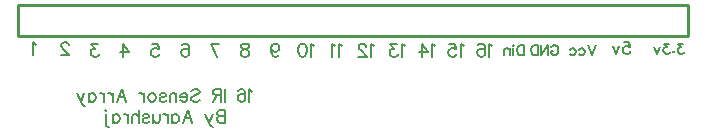
<source format=gbo>
G04 Layer: BottomSilkscreenLayer*
G04 EasyEDA v6.5.40, 2024-04-07 17:54:18*
G04 Gerber Generator version 0.2*
G04 Scale: 100 percent, Rotated: No, Reflected: No *
G04 Dimensions in millimeters *
G04 leading zeros omitted , absolute positions ,4 integer and 5 decimal *
%FSLAX45Y45*%
%MOMM*%

%ADD10C,0.2032*%
%ADD11C,0.2540*%

%LPD*%
D10*
X15633700Y7981187D02*
G01*
X15623286Y7986521D01*
X15607791Y8002015D01*
X15607791Y7893050D01*
X15908020Y7976108D02*
G01*
X15908020Y7981187D01*
X15902686Y7991602D01*
X15897606Y7996936D01*
X15887191Y8002015D01*
X15866363Y8002015D01*
X15855950Y7996936D01*
X15850870Y7991602D01*
X15845536Y7981187D01*
X15845536Y7970773D01*
X15850870Y7960360D01*
X15861029Y7944865D01*
X15913100Y7893050D01*
X15840456Y7893050D01*
X16156686Y7989315D02*
G01*
X16099536Y7989315D01*
X16130777Y7947660D01*
X16115029Y7947660D01*
X16104870Y7942579D01*
X16099536Y7937500D01*
X16094456Y7921752D01*
X16094456Y7911337D01*
X16099536Y7895844D01*
X16109950Y7885429D01*
X16125443Y7880350D01*
X16141191Y7880350D01*
X16156686Y7885429D01*
X16162020Y7890510D01*
X16167100Y7900923D01*
X16369029Y7989315D02*
G01*
X16421100Y7916671D01*
X16343122Y7916671D01*
X16369029Y7989315D02*
G01*
X16369029Y7880350D01*
X16612870Y7989315D02*
G01*
X16664686Y7989315D01*
X16670020Y7942579D01*
X16664686Y7947660D01*
X16649191Y7952994D01*
X16633443Y7952994D01*
X16617950Y7947660D01*
X16607536Y7937500D01*
X16602456Y7921752D01*
X16602456Y7911337D01*
X16607536Y7895844D01*
X16617950Y7885429D01*
X16633443Y7880350D01*
X16649191Y7880350D01*
X16664686Y7885429D01*
X16670020Y7890510D01*
X16675100Y7900923D01*
X16866870Y7973821D02*
G01*
X16871950Y7984236D01*
X16887443Y7989315D01*
X16897858Y7989315D01*
X16913606Y7984236D01*
X16924020Y7968487D01*
X16929100Y7942579D01*
X16929100Y7916671D01*
X16924020Y7895844D01*
X16913606Y7885429D01*
X16897858Y7880350D01*
X16892777Y7880350D01*
X16877029Y7885429D01*
X16866870Y7895844D01*
X16861536Y7911337D01*
X16861536Y7916671D01*
X16866870Y7932165D01*
X16877029Y7942579D01*
X16892777Y7947660D01*
X16897858Y7947660D01*
X16913606Y7942579D01*
X16924020Y7932165D01*
X16929100Y7916671D01*
X17110456Y7989315D02*
G01*
X17162272Y7880350D01*
X17183100Y7989315D02*
G01*
X17110456Y7989315D01*
X17411191Y7989315D02*
G01*
X17426686Y7984236D01*
X17432020Y7973821D01*
X17432020Y7963408D01*
X17426686Y7952994D01*
X17416272Y7947660D01*
X17395443Y7942579D01*
X17379950Y7937500D01*
X17369536Y7927086D01*
X17364456Y7916671D01*
X17364456Y7900923D01*
X17369536Y7890510D01*
X17374870Y7885429D01*
X17390363Y7880350D01*
X17411191Y7880350D01*
X17426686Y7885429D01*
X17432020Y7890510D01*
X17437100Y7900923D01*
X17437100Y7916671D01*
X17432020Y7927086D01*
X17421606Y7937500D01*
X17405858Y7942579D01*
X17385029Y7947660D01*
X17374870Y7952994D01*
X17369536Y7963408D01*
X17369536Y7973821D01*
X17374870Y7984236D01*
X17390363Y7989315D01*
X17411191Y7989315D01*
X17623536Y7952994D02*
G01*
X17628870Y7937500D01*
X17639029Y7927086D01*
X17654777Y7921752D01*
X17659858Y7921752D01*
X17675606Y7927086D01*
X17686020Y7937500D01*
X17691100Y7952994D01*
X17691100Y7958073D01*
X17686020Y7973821D01*
X17675606Y7984236D01*
X17659858Y7989315D01*
X17654777Y7989315D01*
X17639029Y7984236D01*
X17628870Y7973821D01*
X17623536Y7952994D01*
X17623536Y7927086D01*
X17628870Y7900923D01*
X17639029Y7885429D01*
X17654777Y7880350D01*
X17665191Y7880350D01*
X17680686Y7885429D01*
X17686020Y7895844D01*
X17983200Y7968487D02*
G01*
X17972786Y7973821D01*
X17957291Y7989315D01*
X17957291Y7880350D01*
X17891759Y7989315D02*
G01*
X17907254Y7984236D01*
X17917668Y7968487D01*
X17923002Y7942579D01*
X17923002Y7927086D01*
X17917668Y7900923D01*
X17907254Y7885429D01*
X17891759Y7880350D01*
X17881345Y7880350D01*
X17865852Y7885429D01*
X17855438Y7900923D01*
X17850104Y7927086D01*
X17850104Y7942579D01*
X17855438Y7968487D01*
X17865852Y7984236D01*
X17881345Y7989315D01*
X17891759Y7989315D01*
X18224500Y7968487D02*
G01*
X18214086Y7973821D01*
X18198591Y7989315D01*
X18198591Y7880350D01*
X18164302Y7968487D02*
G01*
X18153888Y7973821D01*
X18138140Y7989315D01*
X18138140Y7880350D01*
X18491200Y7968487D02*
G01*
X18480786Y7973821D01*
X18465291Y7989315D01*
X18465291Y7880350D01*
X18425668Y7963408D02*
G01*
X18425668Y7968487D01*
X18420588Y7978902D01*
X18415254Y7984236D01*
X18404840Y7989315D01*
X18384266Y7989315D01*
X18373852Y7984236D01*
X18368518Y7978902D01*
X18363438Y7968487D01*
X18363438Y7958073D01*
X18368518Y7947660D01*
X18378931Y7932165D01*
X18431002Y7880350D01*
X18358104Y7880350D01*
X18757900Y7968487D02*
G01*
X18747486Y7973821D01*
X18731991Y7989315D01*
X18731991Y7880350D01*
X18687288Y7989315D02*
G01*
X18630138Y7989315D01*
X18661379Y7947660D01*
X18645631Y7947660D01*
X18635218Y7942579D01*
X18630138Y7937500D01*
X18624804Y7921752D01*
X18624804Y7911337D01*
X18630138Y7895844D01*
X18640552Y7885429D01*
X18656045Y7880350D01*
X18671540Y7880350D01*
X18687288Y7885429D01*
X18692368Y7890510D01*
X18697702Y7900923D01*
X19011900Y7968487D02*
G01*
X19001486Y7973821D01*
X18985991Y7989315D01*
X18985991Y7880350D01*
X18899631Y7989315D02*
G01*
X18951702Y7916671D01*
X18873724Y7916671D01*
X18899631Y7989315D02*
G01*
X18899631Y7880350D01*
X19253200Y7968487D02*
G01*
X19242786Y7973821D01*
X19227291Y7989315D01*
X19227291Y7880350D01*
X19130518Y7989315D02*
G01*
X19182588Y7989315D01*
X19187668Y7942579D01*
X19182588Y7947660D01*
X19166840Y7952994D01*
X19151345Y7952994D01*
X19135852Y7947660D01*
X19125438Y7937500D01*
X19120104Y7921752D01*
X19120104Y7911337D01*
X19125438Y7895844D01*
X19135852Y7885429D01*
X19151345Y7880350D01*
X19166840Y7880350D01*
X19182588Y7885429D01*
X19187668Y7890510D01*
X19193002Y7900923D01*
X19494500Y7968487D02*
G01*
X19484086Y7973821D01*
X19468591Y7989315D01*
X19468591Y7880350D01*
X19371818Y7973821D02*
G01*
X19377152Y7984236D01*
X19392645Y7989315D01*
X19403059Y7989315D01*
X19418554Y7984236D01*
X19428968Y7968487D01*
X19434302Y7942579D01*
X19434302Y7916671D01*
X19428968Y7895844D01*
X19418554Y7885429D01*
X19403059Y7880350D01*
X19397979Y7880350D01*
X19382231Y7885429D01*
X19371818Y7895844D01*
X19366738Y7911337D01*
X19366738Y7916671D01*
X19371818Y7932165D01*
X19382231Y7942579D01*
X19397979Y7947660D01*
X19403059Y7947660D01*
X19418554Y7942579D01*
X19428968Y7932165D01*
X19434302Y7916671D01*
X19761200Y7977517D02*
G01*
X19761200Y7891609D01*
X19761200Y7977517D02*
G01*
X19732564Y7977517D01*
X19720290Y7973428D01*
X19712109Y7965244D01*
X19708017Y7957063D01*
X19703928Y7944789D01*
X19703928Y7924335D01*
X19708017Y7912064D01*
X19712109Y7903880D01*
X19720290Y7895699D01*
X19732564Y7891609D01*
X19761200Y7891609D01*
X19676927Y7977517D02*
G01*
X19672835Y7973428D01*
X19668746Y7977517D01*
X19672835Y7981609D01*
X19676927Y7977517D01*
X19672835Y7948881D02*
G01*
X19672835Y7891609D01*
X19641746Y7948881D02*
G01*
X19641746Y7891609D01*
X19641746Y7932519D02*
G01*
X19629473Y7944789D01*
X19621291Y7948881D01*
X19609018Y7948881D01*
X19600837Y7944789D01*
X19596745Y7932519D01*
X19596745Y7891609D01*
X19991936Y7957063D02*
G01*
X19996028Y7965244D01*
X20004209Y7973428D01*
X20012390Y7977517D01*
X20028753Y7977517D01*
X20036937Y7973428D01*
X20045118Y7965244D01*
X20049208Y7957063D01*
X20053300Y7944789D01*
X20053300Y7924335D01*
X20049208Y7912064D01*
X20045118Y7903880D01*
X20036937Y7895699D01*
X20028753Y7891609D01*
X20012390Y7891609D01*
X20004209Y7895699D01*
X19996028Y7903880D01*
X19991936Y7912064D01*
X19991936Y7924335D01*
X20012390Y7924335D02*
G01*
X19991936Y7924335D01*
X19964935Y7977517D02*
G01*
X19964935Y7891609D01*
X19964935Y7977517D02*
G01*
X19907664Y7891609D01*
X19907664Y7977517D02*
G01*
X19907664Y7891609D01*
X19880663Y7977517D02*
G01*
X19880663Y7891609D01*
X19880663Y7977517D02*
G01*
X19852027Y7977517D01*
X19839754Y7973428D01*
X19831573Y7965244D01*
X19827481Y7957063D01*
X19823391Y7944789D01*
X19823391Y7924335D01*
X19827481Y7912064D01*
X19831573Y7903880D01*
X19839754Y7895699D01*
X19852027Y7891609D01*
X19880663Y7891609D01*
X20370800Y7977517D02*
G01*
X20338072Y7891609D01*
X20305346Y7977517D02*
G01*
X20338072Y7891609D01*
X20229255Y7936608D02*
G01*
X20237437Y7944789D01*
X20245618Y7948881D01*
X20257891Y7948881D01*
X20266073Y7944789D01*
X20274254Y7936608D01*
X20278346Y7924335D01*
X20278346Y7916153D01*
X20274254Y7903880D01*
X20266073Y7895699D01*
X20257891Y7891609D01*
X20245618Y7891609D01*
X20237437Y7895699D01*
X20229255Y7903880D01*
X20153165Y7936608D02*
G01*
X20161346Y7944789D01*
X20169527Y7948881D01*
X20181801Y7948881D01*
X20189982Y7944789D01*
X20198163Y7936608D01*
X20202255Y7924335D01*
X20202255Y7916153D01*
X20198163Y7903880D01*
X20189982Y7895699D01*
X20181801Y7891609D01*
X20169527Y7891609D01*
X20161346Y7895699D01*
X20153165Y7903880D01*
X20608290Y8000237D02*
G01*
X20653756Y8000237D01*
X20658327Y7959344D01*
X20653756Y7963915D01*
X20640293Y7968487D01*
X20626577Y7968487D01*
X20612861Y7963915D01*
X20603718Y7954771D01*
X20599145Y7941310D01*
X20599145Y7932165D01*
X20603718Y7918450D01*
X20612861Y7909305D01*
X20626577Y7904734D01*
X20640293Y7904734D01*
X20653756Y7909305D01*
X20658327Y7913878D01*
X20662900Y7923021D01*
X20569174Y7968487D02*
G01*
X20541995Y7904734D01*
X20514818Y7968487D02*
G01*
X20541995Y7904734D01*
X21111972Y7990331D02*
G01*
X21067013Y7990331D01*
X21091398Y7957565D01*
X21079206Y7957565D01*
X21071077Y7953502D01*
X21067013Y7949184D01*
X21062950Y7936992D01*
X21062950Y7928863D01*
X21067013Y7916671D01*
X21075141Y7908289D01*
X21087334Y7904226D01*
X21099525Y7904226D01*
X21111972Y7908289D01*
X21116036Y7912608D01*
X21120100Y7920736D01*
X21031708Y7924800D02*
G01*
X21035772Y7920736D01*
X21031708Y7916671D01*
X21027643Y7920736D01*
X21031708Y7924800D01*
X20992338Y7990331D02*
G01*
X20947379Y7990331D01*
X20972018Y7957565D01*
X20959825Y7957565D01*
X20951443Y7953502D01*
X20947379Y7949184D01*
X20943316Y7936992D01*
X20943316Y7928863D01*
X20947379Y7916671D01*
X20955761Y7908289D01*
X20967954Y7904226D01*
X20980145Y7904226D01*
X20992338Y7908289D01*
X20996656Y7912608D01*
X21000720Y7920736D01*
X20916391Y7961629D02*
G01*
X20891754Y7904226D01*
X20867370Y7961629D02*
G01*
X20891754Y7904226D01*
X17462500Y7584000D02*
G01*
X17452500Y7588999D01*
X17437498Y7604000D01*
X17437498Y7498999D01*
X17344499Y7588999D02*
G01*
X17349500Y7598999D01*
X17364499Y7604000D01*
X17374499Y7604000D01*
X17389500Y7598999D01*
X17399500Y7584000D01*
X17404499Y7558999D01*
X17404499Y7534000D01*
X17399500Y7514000D01*
X17389500Y7504000D01*
X17374499Y7498999D01*
X17369500Y7498999D01*
X17354499Y7504000D01*
X17344499Y7514000D01*
X17339500Y7528999D01*
X17339500Y7534000D01*
X17344499Y7548999D01*
X17354499Y7558999D01*
X17369500Y7564000D01*
X17374499Y7564000D01*
X17389500Y7558999D01*
X17399500Y7548999D01*
X17404499Y7534000D01*
X17229500Y7604000D02*
G01*
X17229500Y7498999D01*
X17196501Y7604000D02*
G01*
X17196501Y7498999D01*
X17196501Y7604000D02*
G01*
X17151499Y7604000D01*
X17136501Y7598999D01*
X17131499Y7594000D01*
X17126501Y7584000D01*
X17126501Y7574000D01*
X17131499Y7564000D01*
X17136501Y7558999D01*
X17151499Y7554000D01*
X17196501Y7554000D01*
X17161499Y7554000D02*
G01*
X17126501Y7498999D01*
X16946501Y7588999D02*
G01*
X16956501Y7598999D01*
X16971500Y7604000D01*
X16991500Y7604000D01*
X17006501Y7598999D01*
X17016501Y7588999D01*
X17016501Y7578999D01*
X17011500Y7568999D01*
X17006501Y7564000D01*
X16996501Y7558999D01*
X16966501Y7548999D01*
X16956501Y7544000D01*
X16951500Y7538999D01*
X16946501Y7528999D01*
X16946501Y7514000D01*
X16956501Y7504000D01*
X16971500Y7498999D01*
X16991500Y7498999D01*
X17006501Y7504000D01*
X17016501Y7514000D01*
X16913501Y7538999D02*
G01*
X16853501Y7538999D01*
X16853501Y7548999D01*
X16858500Y7558999D01*
X16863501Y7564000D01*
X16873501Y7568999D01*
X16888500Y7568999D01*
X16898500Y7564000D01*
X16908500Y7554000D01*
X16913501Y7538999D01*
X16913501Y7528999D01*
X16908500Y7514000D01*
X16898500Y7504000D01*
X16888500Y7498999D01*
X16873501Y7498999D01*
X16863501Y7504000D01*
X16853501Y7514000D01*
X16820502Y7568999D02*
G01*
X16820502Y7498999D01*
X16820502Y7548999D02*
G01*
X16805501Y7564000D01*
X16795501Y7568999D01*
X16780502Y7568999D01*
X16770502Y7564000D01*
X16765501Y7548999D01*
X16765501Y7498999D01*
X16677500Y7554000D02*
G01*
X16682501Y7564000D01*
X16697500Y7568999D01*
X16712501Y7568999D01*
X16727500Y7564000D01*
X16732501Y7554000D01*
X16727500Y7544000D01*
X16717500Y7538999D01*
X16692501Y7534000D01*
X16682501Y7528999D01*
X16677500Y7518999D01*
X16677500Y7514000D01*
X16682501Y7504000D01*
X16697500Y7498999D01*
X16712501Y7498999D01*
X16727500Y7504000D01*
X16732501Y7514000D01*
X16619501Y7568999D02*
G01*
X16629501Y7564000D01*
X16639501Y7554000D01*
X16644500Y7538999D01*
X16644500Y7528999D01*
X16639501Y7514000D01*
X16629501Y7504000D01*
X16619501Y7498999D01*
X16604500Y7498999D01*
X16594500Y7504000D01*
X16584500Y7514000D01*
X16579502Y7528999D01*
X16579502Y7538999D01*
X16584500Y7554000D01*
X16594500Y7564000D01*
X16604500Y7568999D01*
X16619501Y7568999D01*
X16546502Y7568999D02*
G01*
X16546502Y7498999D01*
X16546502Y7538999D02*
G01*
X16541501Y7554000D01*
X16531501Y7564000D01*
X16521501Y7568999D01*
X16506502Y7568999D01*
X16356502Y7604000D02*
G01*
X16396502Y7498999D01*
X16356502Y7604000D02*
G01*
X16316502Y7498999D01*
X16381501Y7534000D02*
G01*
X16331501Y7534000D01*
X16283503Y7568999D02*
G01*
X16283503Y7498999D01*
X16283503Y7538999D02*
G01*
X16278501Y7554000D01*
X16268501Y7564000D01*
X16258501Y7568999D01*
X16243503Y7568999D01*
X16210503Y7568999D02*
G01*
X16210503Y7498999D01*
X16210503Y7538999D02*
G01*
X16205502Y7554000D01*
X16195502Y7564000D01*
X16185502Y7568999D01*
X16170503Y7568999D01*
X16077501Y7568999D02*
G01*
X16077501Y7498999D01*
X16077501Y7554000D02*
G01*
X16087501Y7564000D01*
X16097501Y7568999D01*
X16112502Y7568999D01*
X16122502Y7564000D01*
X16132502Y7554000D01*
X16137501Y7538999D01*
X16137501Y7528999D01*
X16132502Y7514000D01*
X16122502Y7504000D01*
X16112502Y7498999D01*
X16097501Y7498999D01*
X16087501Y7504000D01*
X16077501Y7514000D01*
X16039503Y7568999D02*
G01*
X16009503Y7498999D01*
X15979503Y7568999D02*
G01*
X16009503Y7498999D01*
X16019503Y7478999D01*
X16029503Y7468999D01*
X16039503Y7464000D01*
X16044501Y7464000D01*
X17233900Y7426200D02*
G01*
X17233900Y7321199D01*
X17233900Y7426200D02*
G01*
X17188901Y7426200D01*
X17173900Y7421199D01*
X17168901Y7416200D01*
X17163900Y7406200D01*
X17163900Y7396200D01*
X17168901Y7386200D01*
X17173900Y7381199D01*
X17188901Y7376200D01*
X17233900Y7376200D02*
G01*
X17188901Y7376200D01*
X17173900Y7371199D01*
X17168901Y7366200D01*
X17163900Y7356200D01*
X17163900Y7341199D01*
X17168901Y7331199D01*
X17173900Y7326200D01*
X17188901Y7321199D01*
X17233900Y7321199D01*
X17125899Y7391199D02*
G01*
X17095899Y7321199D01*
X17065899Y7391199D02*
G01*
X17095899Y7321199D01*
X17105899Y7301199D01*
X17115899Y7291199D01*
X17125899Y7286200D01*
X17130900Y7286200D01*
X16915899Y7426200D02*
G01*
X16955899Y7321199D01*
X16915899Y7426200D02*
G01*
X16875899Y7321199D01*
X16940900Y7356200D02*
G01*
X16890900Y7356200D01*
X16782900Y7391199D02*
G01*
X16782900Y7321199D01*
X16782900Y7376200D02*
G01*
X16792900Y7386200D01*
X16802900Y7391199D01*
X16817901Y7391199D01*
X16827901Y7386200D01*
X16837901Y7376200D01*
X16842900Y7361199D01*
X16842900Y7351199D01*
X16837901Y7336200D01*
X16827901Y7326200D01*
X16817901Y7321199D01*
X16802900Y7321199D01*
X16792900Y7326200D01*
X16782900Y7336200D01*
X16749900Y7391199D02*
G01*
X16749900Y7321199D01*
X16749900Y7361199D02*
G01*
X16744901Y7376200D01*
X16734901Y7386200D01*
X16724901Y7391199D01*
X16709900Y7391199D01*
X16676900Y7391199D02*
G01*
X16676900Y7341199D01*
X16671902Y7326200D01*
X16661902Y7321199D01*
X16646900Y7321199D01*
X16636900Y7326200D01*
X16621902Y7341199D01*
X16621902Y7391199D02*
G01*
X16621902Y7321199D01*
X16533901Y7376200D02*
G01*
X16538900Y7386200D01*
X16553901Y7391199D01*
X16568900Y7391199D01*
X16583901Y7386200D01*
X16588900Y7376200D01*
X16583901Y7366200D01*
X16573901Y7361199D01*
X16548900Y7356200D01*
X16538900Y7351199D01*
X16533901Y7341199D01*
X16533901Y7336200D01*
X16538900Y7326200D01*
X16553901Y7321199D01*
X16568900Y7321199D01*
X16583901Y7326200D01*
X16588900Y7336200D01*
X16500901Y7426200D02*
G01*
X16500901Y7321199D01*
X16500901Y7371199D02*
G01*
X16485900Y7386200D01*
X16475900Y7391199D01*
X16460901Y7391199D01*
X16450901Y7386200D01*
X16445900Y7371199D01*
X16445900Y7321199D01*
X16412900Y7391199D02*
G01*
X16412900Y7321199D01*
X16412900Y7361199D02*
G01*
X16407902Y7376200D01*
X16397902Y7386200D01*
X16387902Y7391199D01*
X16372900Y7391199D01*
X16279901Y7391199D02*
G01*
X16279901Y7321199D01*
X16279901Y7376200D02*
G01*
X16289901Y7386200D01*
X16299901Y7391199D01*
X16314902Y7391199D01*
X16324902Y7386200D01*
X16334902Y7376200D01*
X16339901Y7361199D01*
X16339901Y7351199D01*
X16334902Y7336200D01*
X16324902Y7326200D01*
X16314902Y7321199D01*
X16299901Y7321199D01*
X16289901Y7326200D01*
X16279901Y7336200D01*
X16226901Y7426200D02*
G01*
X16221903Y7421199D01*
X16216901Y7426200D01*
X16221903Y7431199D01*
X16226901Y7426200D01*
X16221903Y7391199D02*
G01*
X16221903Y7306200D01*
X16226901Y7291199D01*
X16236901Y7286200D01*
X16246901Y7286200D01*
D11*
X15481300Y8318500D02*
G01*
X21151850Y8318500D01*
X21151850Y8051800D01*
X15481300Y8051800D01*
X15481300Y8318500D01*
M02*

</source>
